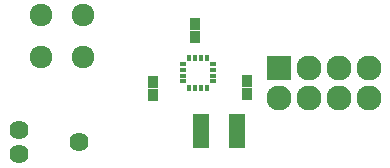
<source format=gbs>
G04 #@! TF.FileFunction,Soldermask,Bot*
%FSLAX46Y46*%
G04 Gerber Fmt 4.6, Leading zero omitted, Abs format (unit mm)*
G04 Created by KiCad (PCBNEW 4.0.2-stable) date Wed 04 May 2016 01:37:53 PM EDT*
%MOMM*%
G01*
G04 APERTURE LIST*
%ADD10C,0.100000*%
%ADD11R,0.900000X1.000000*%
%ADD12R,1.400000X2.900000*%
%ADD13C,1.924000*%
%ADD14C,1.620000*%
%ADD15R,0.380000X0.530000*%
%ADD16R,0.530000X0.380000*%
%ADD17R,2.127200X2.127200*%
%ADD18O,2.127200X2.127200*%
G04 APERTURE END LIST*
D10*
D11*
X133300000Y-71350000D03*
X133300000Y-70250000D03*
X129700000Y-75100000D03*
X129700000Y-76200000D03*
D12*
X133800000Y-79300000D03*
X136800000Y-79300000D03*
D11*
X137675000Y-76150000D03*
X137675000Y-75050000D03*
D13*
X123767800Y-69432200D03*
X120232200Y-69432200D03*
X120232200Y-72967800D03*
X123767800Y-72967800D03*
D14*
X118360000Y-81251000D03*
X118360000Y-79219000D03*
X123440000Y-80235000D03*
D15*
X133800000Y-75600000D03*
X133300000Y-75600000D03*
X134300000Y-75600000D03*
X132800000Y-75600000D03*
X134300000Y-73050000D03*
X133800000Y-73050000D03*
X133300000Y-73050000D03*
X132800000Y-73050000D03*
D16*
X132275000Y-74575000D03*
X132275000Y-74075000D03*
X132275000Y-73575000D03*
X132275000Y-75075000D03*
X134825000Y-74075000D03*
X134825000Y-74575000D03*
X134825000Y-73575000D03*
X134825000Y-75075000D03*
D17*
X140345000Y-73950000D03*
D18*
X140345000Y-76490000D03*
X142885000Y-73950000D03*
X142885000Y-76490000D03*
X145425000Y-73950000D03*
X145425000Y-76490000D03*
X147965000Y-73950000D03*
X147965000Y-76490000D03*
M02*

</source>
